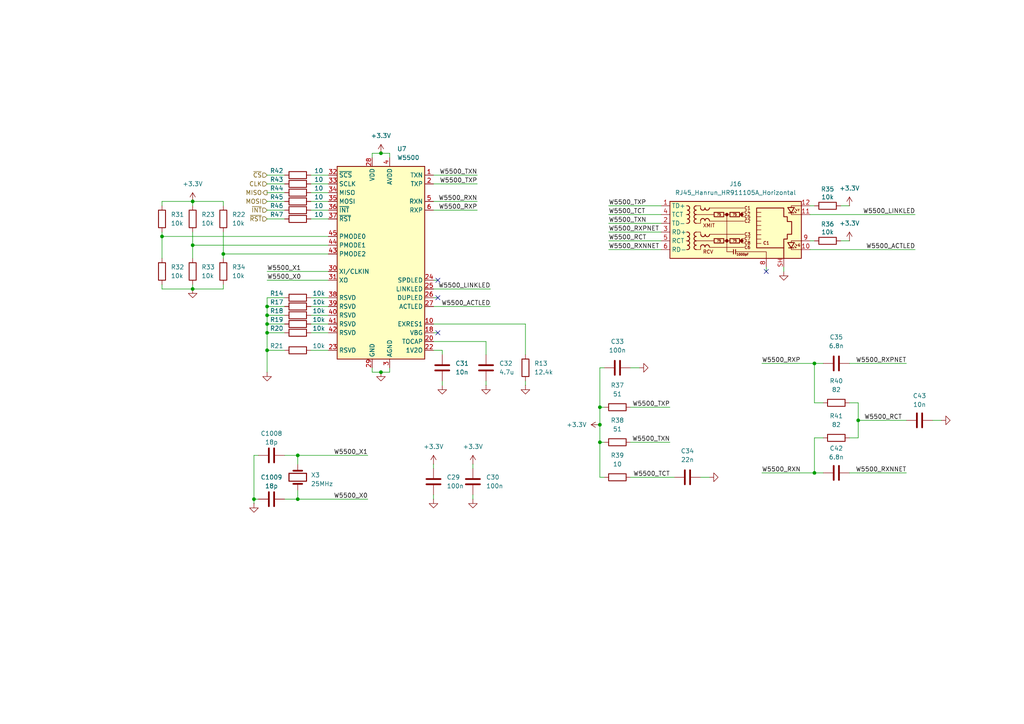
<source format=kicad_sch>
(kicad_sch (version 20250114) (generator "eeschema") (generator_version "9.0")
  (paper "A4")
  (title_block (date "2025-02-27") (comment 1 "W5500 модуль") (comment 2 "Филимонов С.В.") (comment 3 "Семеренко Д.А.") (comment 4 "Тищенко Л.А."))
  (lib_symbols
    (symbol "Connector:RJ45_Hanrun_HR911105A_Horizontal"
      (property "Reference" "J" (at 18.415 10.16 0))
      (property "Value" "RJ45_Hanrun_HR911105A_Horizontal" (at -19.05 10.16 0))
      (symbol "RJ45_Hanrun_HR911105A_Horizontal_0_0"
        (circle (center -1.27 5.08) (radius 0.0001) (stroke (width 0.508)))
        (polyline (pts (xy -1.27 5.08) (xy -1.27 -5.715)))
        (circle (center -1.27 -2.54) (radius 0.0001) (stroke (width 0.508)))
        (polyline (pts (xy 0.635 -5.08) (xy 0.635 -6.35)) (stroke (width 0.254)))
        (polyline (pts (xy 1.27 -5.08) (xy 1.27 -6.35)) (stroke (width 0.254)))
        (polyline (pts (xy 3.048 5.08) (xy 2.54 5.08)))
        (circle (center 3.048 5.08) (radius 0.0001) (stroke (width 0.508)))
        (polyline (pts (xy 3.048 -2.54) (xy 2.54 -2.54)))
        (circle (center 3.048 -2.54) (radius 0.0001) (stroke (width 0.508)))
        (polyline (pts (xy 3.683 5.715) (xy 3.048 5.715) (xy 3.048 4.445) (xy 3.683 4.445)))
        (polyline (pts (xy 3.683 -1.905) (xy 3.048 -1.905) (xy 3.048 -3.175) (xy 3.683 -3.175)))
        (polyline (pts (xy 17.399 7.112) (xy 17.399 7.62) (xy 20.32 7.62)))
        (polyline (pts (xy 17.399 -3.048) (xy 17.399 -2.54) (xy 20.32 -2.54)))
        (polyline (pts (xy 20.32 5.08) (xy 17.399 5.08) (xy 17.399 5.588)))
        (polyline (pts (xy 20.32 -5.08) (xy 17.399 -5.08) (xy 17.399 -4.572)))
        (text "XMIT" (at -8.255 1.905 0) (effects (font (size 1.016 1.016)) (justify left)))
        (text "RCV" (at -8.255 -5.715 0) (effects (font (size 1.016 1.016)) (justify left)))
        (text "C1" (at 4.699 6.985 0) (effects (font (size 0.889 0.889))))
        (text "C4" (at 4.699 5.715 0) (effects (font (size 0.889 0.889))))
        (text "C5" (at 4.699 4.445 0) (effects (font (size 0.889 0.889))))
        (text "C2" (at 4.699 3.175 0) (effects (font (size 0.889 0.889))))
        (text "C3" (at 4.699 -0.635 0) (effects (font (size 0.889 0.889))))
        (text "C7" (at 4.699 -1.905 0) (effects (font (size 0.889 0.889))))
        (text "C8" (at 4.699 -3.175 0) (effects (font (size 0.889 0.889))))
        (text "C6" (at 4.699 -4.445 0) (effects (font (size 0.889 0.889))))
        (text "C1" (at 10.16 -3.175 0) (effects (font (size 0.889 0.889))))
      )
      (symbol "RJ45_Hanrun_HR911105A_Horizontal_0_1"
        (rectangle (start -17.78 8.89) (end 20.32 -7.62) (stroke (width 0.254)) (fill (type background)))
        (polyline (pts (xy -12.7 7.62) (xy -13.081 7.62)))
        (polyline (pts (xy -12.7 5.08) (xy -13.081 5.08)))
        (polyline (pts (xy -12.7 2.54) (xy -13.081 2.54)))
        (polyline (pts (xy -12.7 0) (xy -13.081 0)))
        (polyline (pts (xy -12.7 -2.54) (xy -13.081 -2.54)))
        (polyline (pts (xy -12.7 -5.08) (xy -13.081 -5.08)))
        (polyline (pts (xy -10.16 7.62) (xy -8.89 7.62) (xy -8.89 6.985)))
        (polyline (pts (xy -10.16 0) (xy -8.89 0) (xy -8.89 -0.635)))
        (polyline (pts (xy -8.89 3.175) (xy -8.89 2.54) (xy -10.16 2.54)))
        (polyline (pts (xy -8.89 -4.445) (xy -8.89 -5.08) (xy -10.16 -5.08)))
        (polyline (pts (xy -6.35 6.985) (xy 3.683 6.985)))
        (polyline (pts (xy -6.35 3.175) (xy 3.683 3.175)))
        (polyline (pts (xy -6.35 -4.445) (xy 3.683 -4.445)))
        (polyline (pts (xy -6.223 -0.635) (xy 3.683 -0.635)))
        (polyline (pts (xy -5.08 -2.54) (xy -10.16 -2.54)))
        (polyline (pts (xy -4.953 5.08) (xy -10.16 5.08)))
        (polyline (pts (xy -2.159 5.08) (xy -0.381 5.08)))
        (polyline (pts (xy -2.159 -2.54) (xy -0.381 -2.54)))
        (polyline (pts (xy 0.635 -5.715) (xy -1.27 -5.715)))
        (polyline (pts (xy 7.366 3.175) (xy 8.636 3.175)))
        (polyline (pts (xy 7.366 1.905) (xy 8.636 1.905)))
        (polyline (pts (xy 7.366 0.635) (xy 8.636 0.635)))
        (polyline (pts (xy 7.366 -0.762) (xy 8.636 -0.762)))
        (polyline (pts (xy 7.366 -2.032) (xy 8.636 -2.032)))
        (polyline (pts (xy 8.636 5.715) (xy 7.366 5.715)))
        (polyline (pts (xy 8.636 4.445) (xy 7.366 4.445)))
        (polyline (pts (xy 8.636 -3.302) (xy 7.366 -3.302)))
        (polyline (pts (xy 10.16 -5.715) (xy 1.27 -5.715)))
        (polyline (pts (xy 10.16 -5.715) (xy 10.16 -7.62)))
      )
      (symbol "RJ45_Hanrun_HR911105A_Horizontal_1_0"
        (text "1000pF" (at 3.302 -6.477 0) (effects (font (size 0.635 0.635))))
      )
      (symbol "RJ45_Hanrun_HR911105A_Horizontal_1_1"
        (arc (start -12.7 0) (mid -12.0677 -0.635) (end -12.7 -1.27) (stroke (width 0.254)))
        (arc (start -12.6973 7.62) (mid -12.065 6.985) (end -12.6973 6.35) (stroke (width 0.254)))
        (arc (start -12.6973 -1.27) (mid -12.065 -1.905) (end -12.6973 -2.54) (stroke (width 0.254)))
        (arc (start -12.6973 -2.54) (mid -12.065 -3.175) (end -12.6973 -3.81) (stroke (width 0.254)))
        (arc (start -12.6973 -3.81) (mid -12.065 -4.445) (end -12.6973 -5.08) (stroke (width 0.254)))
        (arc (start -12.6946 6.35) (mid -12.0623 5.715) (end -12.6946 5.08) (stroke (width 0.254)))
        (arc (start -12.6946 5.08) (mid -12.0623 4.445) (end -12.6946 3.81) (stroke (width 0.254)))
        (arc (start -12.6946 3.81) (mid -12.0623 3.175) (end -12.6946 2.54) (stroke (width 0.254)))
        (arc (start -10.1654 6.35) (mid -10.7977 6.985) (end -10.1654 7.62) (stroke (width 0.254)))
        (arc (start -10.1654 5.08) (mid -10.7977 5.715) (end -10.1654 6.35) (stroke (width 0.254)))
        (arc (start -10.1654 3.81) (mid -10.7977 4.445) (end -10.1654 5.08) (stroke (width 0.254)))
        (arc (start -10.1654 -1.27) (mid -10.7977 -0.635) (end -10.1654 0) (stroke (width 0.254)))
        (arc (start -10.1654 -2.54) (mid -10.7977 -1.905) (end -10.1654 -1.27) (stroke (width 0.254)))
        (arc (start -10.1654 -3.81) (mid -10.7977 -3.175) (end -10.1654 -2.54) (stroke (width 0.254)))
        (arc (start -10.1627 2.54) (mid -10.795 3.175) (end -10.1627 3.81) (stroke (width 0.254)))
        (arc (start -10.1627 -5.08) (mid -10.795 -4.445) (end -10.1627 -3.81) (stroke (width 0.254)))
        (arc (start -7.62 6.9823) (mid -8.255 6.35) (end -8.89 6.9823) (stroke (width 0.254)))
        (arc (start -8.89 3.3047) (mid -8.255 3.937) (end -7.62 3.3047) (stroke (width 0.254)))
        (arc (start -8.89 -4.3153) (mid -8.255 -3.683) (end -7.62 -4.3153) (stroke (width 0.254)))
        (arc (start -7.5565 -0.7012) (mid -8.1915 -1.3335) (end -8.8265 -0.7012) (stroke (width 0.254)))
        (arc (start -6.35 6.985) (mid -6.985 6.3527) (end -7.62 6.985) (stroke (width 0.254)))
        (arc (start -7.62 3.3074) (mid -6.985 3.9397) (end -6.35 3.3074) (stroke (width 0.254)))
        (arc (start -7.62 -4.3126) (mid -6.985 -3.6803) (end -6.35 -4.3126) (stroke (width 0.254)))
        (arc (start -6.2865 -0.6985) (mid -6.9215 -1.3308) (end -7.5565 -0.6985) (stroke (width 0.254)))
        (rectangle (start -4.953 5.715) (end -2.159 4.445) (stroke (width 0.254)))
        (rectangle (start -4.953 -1.905) (end -2.159 -3.175) (stroke (width 0.254)))
        (rectangle (start -0.381 5.715) (end 2.413 4.445) (stroke (width 0.254)))
        (rectangle (start -0.381 -1.905) (end 2.413 -3.175) (stroke (width 0.254)))
        (polyline (pts (xy 7.366 -4.572) (xy 7.366 6.985) (xy 15.24 6.985) (xy 15.24 4.445) (xy 16.256 4.445) (xy 16.256 3.048) (xy 17.526 3.048) (xy 17.526 -0.635) (xy 16.256 -0.635) (xy 16.256 -2.032) (xy 15.24 -2.032) (xy 15.24 -4.572) (xy 7.366 -4.572)) (stroke (width 0.254)))
        (polyline (pts (xy 15.24 -7.62) (xy 15.24 -4.572)) (stroke (width 0.254)))
        (polyline (pts (xy 18.161 5.588) (xy 16.637 5.588)) (stroke (width 0.254)))
        (polyline (pts (xy 18.161 -4.572) (xy 16.637 -4.572)) (stroke (width 0.254)))
        (polyline (pts (xy 18.288 7.112) (xy 16.383 7.112) (xy 17.399 5.588) (xy 18.288 7.112)) (stroke (width 0.254)))
        (polyline (pts (xy 18.288 6.096) (xy 18.796 5.588) (xy 18.542 5.588)))
        (polyline (pts (xy 18.288 -3.048) (xy 16.383 -3.048) (xy 17.399 -4.572) (xy 18.288 -3.048)) (stroke (width 0.254)))
        (polyline (pts (xy 18.288 -4.064) (xy 18.796 -4.572) (xy 18.542 -4.572)))
        (polyline (pts (xy 18.542 6.731) (xy 19.05 6.223) (xy 18.796 6.223)))
        (polyline (pts (xy 18.542 -3.429) (xy 19.05 -3.937) (xy 18.796 -3.937)))
        (polyline (pts (xy 18.796 5.588) (xy 18.796 5.842)))
        (polyline (pts (xy 18.796 -4.572) (xy 18.796 -4.318)))
        (polyline (pts (xy 19.05 6.223) (xy 19.05 6.477)))
        (polyline (pts (xy 19.05 -3.937) (xy 19.05 -3.683)))
        (text "75" (at -3.556 5.08 0) (effects (font (size 0.635 0.635))))
        (text "75" (at -3.556 -2.54 0) (effects (font (size 0.635 0.635))))
        (text "75" (at 1.016 5.08 0) (effects (font (size 0.635 0.635))))
        (text "75" (at 1.016 -2.54 0) (effects (font (size 0.635 0.635))))
        (text "Y" (at 19.558 6.35 0) (effects (font (size 0.635 0.635))))
        (text "G" (at 19.685 -3.81 0) (effects (font (size 0.635 0.635))))
        (pin passive line (at -20.32 7.62 0) (length 2.54) (name "TD+") (number "1"))
        (pin passive line (at -20.32 5.08 0) (length 2.54) (name "TCT") (number "4"))
        (pin passive line (at -20.32 2.54 0) (length 2.54) (name "TD-") (number "2"))
        (pin passive line (at -20.32 0 0) (length 2.54) (name "RD+") (number "3"))
        (pin passive line (at -20.32 -2.54 0) (length 2.54) (name "RCT") (number "5"))
        (pin passive line (at -20.32 -5.08 0) (length 2.54) (name "RD-") (number "6"))
        (pin power_in line (at 10.16 -10.16 90) (length 2.54) (name "") (number "8"))
        (pin passive line (at 15.24 -10.16 90) (length 2.54) (name "") (number "SH"))
        (pin no_connect line (at 20.32 0 0) (length 0) (hide yes) (name "NC") (number "7"))
        (pin passive line (at 22.86 7.62 180) (length 2.54) (name "") (number "12"))
        (pin passive line (at 22.86 5.08 180) (length 2.54) (name "") (number "11"))
        (pin passive line (at 22.86 -2.54 180) (length 2.54) (name "") (number "9"))
        (pin passive line (at 22.86 -5.08 180) (length 2.54) (name "") (number "10"))
      )
    )
    (symbol "Device:C" (pin_numbers (hide yes)) (pin_names (offset 0.254))
      (property "Reference" "C" (at 0.635 2.54 0))
      (property "Value" "C" (at 0.635 -2.54 0))
      (symbol "C_0_1"
        (polyline (pts (xy -2.032 0.762) (xy 2.032 0.762)) (stroke (width 0.508)))
        (polyline (pts (xy -2.032 -0.762) (xy 2.032 -0.762)) (stroke (width 0.508)))
      )
      (symbol "C_1_1"
        (pin passive line (at 0 3.81 270) (length 2.794) (name "~") (number "1"))
        (pin passive line (at 0 -3.81 90) (length 2.794) (name "~") (number "2"))
      )
    )
    (symbol "Device:Crystal" (pin_numbers (hide yes)) (pin_names (offset 1.016) (hide yes))
      (property "Reference" "Y" (at 0 3.81 0))
      (property "Value" "Crystal" (at 0 -3.81 0))
      (symbol "Crystal_0_1"
        (polyline (pts (xy -2.54 0) (xy -1.905 0)))
        (polyline (pts (xy -1.905 -1.27) (xy -1.905 1.27)) (stroke (width 0.508)))
        (rectangle (start -1.143 2.54) (end 1.143 -2.54) (stroke (width 0.3048)))
        (polyline (pts (xy 1.905 -1.27) (xy 1.905 1.27)) (stroke (width 0.508)))
        (polyline (pts (xy 2.54 0) (xy 1.905 0)))
      )
      (symbol "Crystal_1_1"
        (pin passive line (at -3.81 0 0) (length 1.27) (name "1") (number "1"))
        (pin passive line (at 3.81 0 180) (length 1.27) (name "2") (number "2"))
      )
    )
    (symbol "Device:R" (pin_numbers (hide yes)) (pin_names (offset 0))
      (property "Reference" "R" (at 2.032 0 90))
      (property "Value" "R" (at 0 0 90))
      (symbol "R_0_1"
        (rectangle (start -1.016 -2.54) (end 1.016 2.54) (stroke (width 0.254)))
      )
      (symbol "R_1_1"
        (pin passive line (at 0 3.81 270) (length 1.27) (name "~") (number "1"))
        (pin passive line (at 0 -3.81 90) (length 1.27) (name "~") (number "2"))
      )
    )
    (symbol "Interface_Ethernet:W5500"
      (property "Reference" "U" (at -11.43 29.21 0))
      (property "Value" "W5500" (at 8.89 29.21 0))
      (symbol "W5500_0_1"
        (rectangle (start -12.7 27.94) (end 12.7 -27.94) (stroke (width 0.254)) (fill (type background)))
      )
      (symbol "W5500_1_1"
        (pin input line (at -15.24 25.4 0) (length 2.54) (name "~{SCS}") (number "32"))
        (pin input line (at -15.24 22.86 0) (length 2.54) (name "SCLK") (number "33"))
        (pin output line (at -15.24 20.32 0) (length 2.54) (name "MISO") (number "34"))
        (pin input line (at -15.24 17.78 0) (length 2.54) (name "MOSI") (number "35"))
        (pin input line (at -15.24 15.24 0) (length 2.54) (name "~{INT}") (number "36"))
        (pin input line (at -15.24 12.7 0) (length 2.54) (name "~{RST}") (number "37"))
        (pin input line (at -15.24 7.62 0) (length 2.54) (name "PMODE0") (number "45"))
        (pin input line (at -15.24 5.08 0) (length 2.54) (name "PMODE1") (number "44"))
        (pin input line (at -15.24 2.54 0) (length 2.54) (name "PMODE2") (number "43"))
        (pin input line (at -15.24 -2.54 0) (length 2.54) (name "XI/CLKIN") (number "30"))
        (pin output line (at -15.24 -5.08 0) (length 2.54) (name "XO") (number "31"))
        (pin input line (at -15.24 -10.16 0) (length 2.54) (name "RSVD") (number "38"))
        (pin input line (at -15.24 -12.7 0) (length 2.54) (name "RSVD") (number "39"))
        (pin input line (at -15.24 -15.24 0) (length 2.54) (name "RSVD") (number "40"))
        (pin input line (at -15.24 -17.78 0) (length 2.54) (name "RSVD") (number "41"))
        (pin input line (at -15.24 -20.32 0) (length 2.54) (name "RSVD") (number "42"))
        (pin input line (at -15.24 -25.4 0) (length 2.54) (name "RSVD") (number "23"))
        (pin power_in line (at -2.54 30.48 270) (length 2.54) (name "VDD") (number "28"))
        (pin power_in line (at -2.54 -30.48 90) (length 2.54) (name "GND") (number "29"))
        (pin passive line (at 2.54 30.48 270) (length 2.54) (hide yes) (name "AVDD") (number "11"))
        (pin passive line (at 2.54 30.48 270) (length 2.54) (hide yes) (name "AVDD") (number "15"))
        (pin passive line (at 2.54 30.48 270) (length 2.54) (hide yes) (name "AVDD") (number "17"))
        (pin passive line (at 2.54 30.48 270) (length 2.54) (hide yes) (name "AVDD") (number "21"))
        (pin power_in line (at 2.54 30.48 270) (length 2.54) (name "AVDD") (number "4"))
        (pin passive line (at 2.54 30.48 270) (length 2.54) (hide yes) (name "AVDD") (number "8"))
        (pin passive line (at 2.54 -30.48 90) (length 2.54) (hide yes) (name "AGND") (number "14"))
        (pin passive line (at 2.54 -30.48 90) (length 2.54) (hide yes) (name "AGND") (number "16"))
        (pin passive line (at 2.54 -30.48 90) (length 2.54) (hide yes) (name "AGND") (number "19"))
        (pin power_in line (at 2.54 -30.48 90) (length 2.54) (name "AGND") (number "3"))
        (pin passive line (at 2.54 -30.48 90) (length 2.54) (hide yes) (name "AGND") (number "48"))
        (pin passive line (at 2.54 -30.48 90) (length 2.54) (hide yes) (name "AGND") (number "9"))
        (pin no_connect line (at 12.7 10.16 180) (length 2.54) (hide yes) (name "DNC") (number "7"))
        (pin no_connect line (at 12.7 7.62 180) (length 2.54) (hide yes) (name "NC") (number "12"))
        (pin no_connect line (at 12.7 5.08 180) (length 2.54) (hide yes) (name "NC") (number "13"))
        (pin no_connect line (at 12.7 2.54 180) (length 2.54) (hide yes) (name "NC") (number "46"))
        (pin no_connect line (at 12.7 0 180) (length 2.54) (hide yes) (name "NC") (number "47"))
        (pin output line (at 15.24 25.4 180) (length 2.54) (name "TXN") (number "1"))
        (pin output line (at 15.24 22.86 180) (length 2.54) (name "TXP") (number "2"))
        (pin input line (at 15.24 17.78 180) (length 2.54) (name "RXN") (number "5"))
        (pin input line (at 15.24 15.24 180) (length 2.54) (name "RXP") (number "6"))
        (pin output line (at 15.24 -5.08 180) (length 2.54) (name "SPDLED") (number "24"))
        (pin output line (at 15.24 -7.62 180) (length 2.54) (name "LINKLED") (number "25"))
        (pin output line (at 15.24 -10.16 180) (length 2.54) (name "DUPLED") (number "26"))
        (pin output line (at 15.24 -12.7 180) (length 2.54) (name "ACTLED") (number "27"))
        (pin passive line (at 15.24 -17.78 180) (length 2.54) (name "EXRES1") (number "10"))
        (pin passive line (at 15.24 -20.32 180) (length 2.54) (name "VBG") (number "18"))
        (pin passive line (at 15.24 -22.86 180) (length 2.54) (name "TOCAP") (number "20"))
        (pin output line (at 15.24 -25.4 180) (length 2.54) (name "1V2O") (number "22"))
      )
    )
    (symbol "power:+3.3V" (power) (pin_numbers (hide yes)) (pin_names (offset 0) (hide yes))
      (property "Value" "+3.3V" (at 0 3.556 0))
      (symbol "+3.3V_0_1"
        (polyline (pts (xy -0.762 1.27) (xy 0 2.54)))
        (polyline (pts (xy 0 2.54) (xy 0.762 1.27)))
        (polyline (pts (xy 0 0) (xy 0 2.54)))
      )
      (symbol "+3.3V_1_1"
        (pin power_in line (at 0 0 90) (length 0) (name "~") (number "1"))
      )
    )
    (symbol "power:GND" (power) (pin_numbers (hide yes)) (pin_names (offset 0) (hide yes))
      (property "Value" "GND" (at 0 -3.81 0))
      (symbol "GND_0_1"
        (polyline (pts (xy 0 0) (xy 0 -1.27) (xy 1.27 -1.27) (xy 0 -2.54) (xy -1.27 -1.27) (xy 0 -1.27)))
      )
      (symbol "GND_1_1"
        (pin power_in line (at 0 0 270) (length 0) (name "~") (number "1"))
      )
    )
  )
  (junction (at 46.99 68.58))
  (junction (at 86.36 132.08))
  (junction (at 86.36 144.78))
  (junction (at 77.47 88.9))
  (junction (at 173.99 128.27))
  (junction (at 73.66 144.78))
  (junction (at 55.88 71.12))
  (junction (at 64.77 73.66))
  (junction (at 236.22 137.16))
  (junction (at 77.47 91.44))
  (junction (at 55.88 58.42))
  (junction (at 173.99 123.19))
  (junction (at 77.47 96.52))
  (junction (at 77.47 101.6))
  (junction (at 248.92 121.92))
  (junction (at 110.49 44.45))
  (junction (at 236.22 105.41))
  (junction (at 173.99 118.11))
  (junction (at 110.49 107.95))
  (junction (at 55.88 83.82))
  (junction (at 77.47 93.98))
  (no_connect (at 127 81.28))
  (no_connect (at 127 96.52))
  (no_connect (at 222.25 78.74))
  (no_connect (at 127 86.36))
  (wire (pts (xy 90.17 88.9) (xy 95.25 88.9)))
  (wire (pts (xy 77.47 50.8) (xy 82.55 50.8)))
  (wire (pts (xy 55.88 71.12) (xy 55.88 74.93)))
  (wire (pts (xy 234.95 72.39) (xy 265.43 72.39)))
  (wire (pts (xy 137.16 134.62) (xy 137.16 135.89)))
  (wire (pts (xy 113.03 45.72) (xy 113.03 44.45)))
  (wire (pts (xy 46.99 68.58) (xy 46.99 74.93)))
  (wire (pts (xy 46.99 59.69) (xy 46.99 58.42)))
  (wire (pts (xy 82.55 132.08) (xy 86.36 132.08)))
  (wire (pts (xy 64.77 58.42) (xy 64.77 59.69)))
  (wire (pts (xy 55.88 58.42) (xy 64.77 58.42)))
  (wire (pts (xy 64.77 83.82) (xy 55.88 83.82)))
  (wire (pts (xy 246.38 105.41) (xy 262.89 105.41)))
  (wire (pts (xy 77.47 81.28) (xy 95.25 81.28)))
  (wire (pts (xy 270.51 121.92) (xy 273.05 121.92)))
  (wire (pts (xy 234.95 62.23) (xy 265.43 62.23)))
  (wire (pts (xy 176.53 64.77) (xy 191.77 64.77)))
  (wire (pts (xy 73.66 144.78) (xy 74.93 144.78)))
  (wire (pts (xy 140.97 99.06) (xy 140.97 102.87)))
  (wire (pts (xy 77.47 63.5) (xy 82.55 63.5)))
  (wire (pts (xy 77.47 88.9) (xy 82.55 88.9)))
  (wire (pts (xy 107.95 106.68) (xy 107.95 107.95)))
  (wire (pts (xy 113.03 106.68) (xy 113.03 107.95)))
  (wire (pts (xy 243.84 69.85) (xy 246.38 69.85)))
  (wire (pts (xy 90.17 86.36) (xy 95.25 86.36)))
  (wire (pts (xy 236.22 105.41) (xy 238.76 105.41)))
  (wire (pts (xy 220.98 137.16) (xy 236.22 137.16)))
  (wire (pts (xy 64.77 67.31) (xy 64.77 73.66)))
  (wire (pts (xy 86.36 132.08) (xy 106.68 132.08)))
  (wire (pts (xy 125.73 50.8) (xy 138.43 50.8)))
  (wire (pts (xy 173.99 128.27) (xy 173.99 138.43)))
  (wire (pts (xy 55.88 58.42) (xy 55.88 59.69)))
  (wire (pts (xy 238.76 116.84) (xy 236.22 116.84)))
  (wire (pts (xy 152.4 110.49) (xy 152.4 111.76)))
  (wire (pts (xy 77.47 88.9) (xy 77.47 91.44)))
  (wire (pts (xy 173.99 123.19) (xy 173.99 128.27)))
  (wire (pts (xy 125.73 86.36) (xy 127 86.36)))
  (wire (pts (xy 82.55 144.78) (xy 86.36 144.78)))
  (wire (pts (xy 236.22 116.84) (xy 236.22 105.41)))
  (wire (pts (xy 64.77 82.55) (xy 64.77 83.82)))
  (wire (pts (xy 82.55 86.36) (xy 77.47 86.36)))
  (wire (pts (xy 73.66 144.78) (xy 73.66 146.05)))
  (wire (pts (xy 125.73 81.28) (xy 127 81.28)))
  (wire (pts (xy 182.88 118.11) (xy 194.31 118.11)))
  (wire (pts (xy 77.47 58.42) (xy 82.55 58.42)))
  (wire (pts (xy 64.77 73.66) (xy 64.77 74.93)))
  (wire (pts (xy 125.73 83.82) (xy 142.24 83.82)))
  (wire (pts (xy 55.88 82.55) (xy 55.88 83.82)))
  (wire (pts (xy 248.92 116.84) (xy 248.92 121.92)))
  (wire (pts (xy 176.53 69.85) (xy 191.77 69.85)))
  (wire (pts (xy 77.47 101.6) (xy 77.47 107.95)))
  (wire (pts (xy 182.88 106.68) (xy 185.42 106.68)))
  (wire (pts (xy 176.53 72.39) (xy 191.77 72.39)))
  (wire (pts (xy 74.93 132.08) (xy 73.66 132.08)))
  (wire (pts (xy 107.95 44.45) (xy 107.95 45.72)))
  (wire (pts (xy 236.22 127) (xy 236.22 137.16)))
  (wire (pts (xy 77.47 91.44) (xy 82.55 91.44)))
  (wire (pts (xy 182.88 128.27) (xy 194.31 128.27)))
  (wire (pts (xy 77.47 91.44) (xy 77.47 93.98)))
  (wire (pts (xy 125.73 53.34) (xy 138.43 53.34)))
  (wire (pts (xy 46.99 68.58) (xy 46.99 67.31)))
  (wire (pts (xy 46.99 68.58) (xy 95.25 68.58)))
  (wire (pts (xy 220.98 105.41) (xy 236.22 105.41)))
  (wire (pts (xy 140.97 110.49) (xy 140.97 111.76)))
  (wire (pts (xy 125.73 60.96) (xy 138.43 60.96)))
  (wire (pts (xy 86.36 144.78) (xy 86.36 142.24)))
  (wire (pts (xy 173.99 118.11) (xy 173.99 123.19)))
  (wire (pts (xy 125.73 134.62) (xy 125.73 135.89)))
  (wire (pts (xy 110.49 44.45) (xy 107.95 44.45)))
  (wire (pts (xy 77.47 86.36) (xy 77.47 88.9)))
  (wire (pts (xy 125.73 96.52) (xy 127 96.52)))
  (wire (pts (xy 107.95 107.95) (xy 110.49 107.95)))
  (wire (pts (xy 246.38 137.16) (xy 262.89 137.16)))
  (wire (pts (xy 90.17 53.34) (xy 95.25 53.34)))
  (wire (pts (xy 90.17 101.6) (xy 95.25 101.6)))
  (wire (pts (xy 90.17 60.96) (xy 95.25 60.96)))
  (wire (pts (xy 128.27 111.76) (xy 128.27 110.49)))
  (wire (pts (xy 246.38 116.84) (xy 248.92 116.84)))
  (wire (pts (xy 90.17 93.98) (xy 95.25 93.98)))
  (wire (pts (xy 90.17 58.42) (xy 95.25 58.42)))
  (wire (pts (xy 64.77 73.66) (xy 95.25 73.66)))
  (wire (pts (xy 248.92 121.92) (xy 262.89 121.92)))
  (wire (pts (xy 77.47 93.98) (xy 82.55 93.98)))
  (wire (pts (xy 125.73 88.9) (xy 142.24 88.9)))
  (wire (pts (xy 182.88 138.43) (xy 195.58 138.43)))
  (wire (pts (xy 77.47 78.74) (xy 95.25 78.74)))
  (wire (pts (xy 55.88 71.12) (xy 55.88 67.31)))
  (wire (pts (xy 90.17 63.5) (xy 95.25 63.5)))
  (wire (pts (xy 55.88 71.12) (xy 95.25 71.12)))
  (wire (pts (xy 46.99 82.55) (xy 46.99 83.82)))
  (wire (pts (xy 73.66 132.08) (xy 73.66 144.78)))
  (wire (pts (xy 222.25 77.47) (xy 222.25 78.74)))
  (wire (pts (xy 243.84 59.69) (xy 246.38 59.69)))
  (wire (pts (xy 152.4 102.87) (xy 152.4 93.98)))
  (wire (pts (xy 77.47 93.98) (xy 77.47 96.52)))
  (wire (pts (xy 234.95 69.85) (xy 236.22 69.85)))
  (wire (pts (xy 46.99 83.82) (xy 55.88 83.82)))
  (wire (pts (xy 173.99 138.43) (xy 175.26 138.43)))
  (wire (pts (xy 176.53 62.23) (xy 191.77 62.23)))
  (wire (pts (xy 236.22 137.16) (xy 238.76 137.16)))
  (wire (pts (xy 110.49 107.95) (xy 113.03 107.95)))
  (wire (pts (xy 173.99 106.68) (xy 173.99 118.11)))
  (wire (pts (xy 173.99 128.27) (xy 175.26 128.27)))
  (wire (pts (xy 125.73 143.51) (xy 125.73 144.78)))
  (wire (pts (xy 248.92 127) (xy 246.38 127)))
  (wire (pts (xy 175.26 106.68) (xy 173.99 106.68)))
  (wire (pts (xy 176.53 67.31) (xy 191.77 67.31)))
  (wire (pts (xy 238.76 127) (xy 236.22 127)))
  (wire (pts (xy 248.92 121.92) (xy 248.92 127)))
  (wire (pts (xy 77.47 96.52) (xy 82.55 96.52)))
  (wire (pts (xy 227.33 77.47) (xy 227.33 78.74)))
  (wire (pts (xy 203.2 138.43) (xy 205.74 138.43)))
  (wire (pts (xy 90.17 50.8) (xy 95.25 50.8)))
  (wire (pts (xy 90.17 55.88) (xy 95.25 55.88)))
  (wire (pts (xy 86.36 132.08) (xy 86.36 134.62)))
  (wire (pts (xy 77.47 96.52) (xy 77.47 101.6)))
  (wire (pts (xy 77.47 53.34) (xy 82.55 53.34)))
  (wire (pts (xy 176.53 59.69) (xy 191.77 59.69)))
  (wire (pts (xy 86.36 144.78) (xy 106.68 144.78)))
  (wire (pts (xy 77.47 55.88) (xy 82.55 55.88)))
  (wire (pts (xy 234.95 59.69) (xy 236.22 59.69)))
  (wire (pts (xy 90.17 91.44) (xy 95.25 91.44)))
  (wire (pts (xy 77.47 60.96) (xy 82.55 60.96)))
  (wire (pts (xy 125.73 101.6) (xy 128.27 101.6)))
  (wire (pts (xy 128.27 101.6) (xy 128.27 102.87)))
  (wire (pts (xy 90.17 96.52) (xy 95.25 96.52)))
  (wire (pts (xy 125.73 58.42) (xy 138.43 58.42)))
  (wire (pts (xy 152.4 93.98) (xy 125.73 93.98)))
  (wire (pts (xy 46.99 58.42) (xy 55.88 58.42)))
  (wire (pts (xy 125.73 99.06) (xy 140.97 99.06)))
  (wire (pts (xy 77.47 101.6) (xy 82.55 101.6)))
  (wire (pts (xy 137.16 143.51) (xy 137.16 144.78)))
  (wire (pts (xy 173.99 118.11) (xy 175.26 118.11)))
  (wire (pts (xy 113.03 44.45) (xy 110.49 44.45)))
  (label "W5500_LINKLED" (at 265.43 62.23 180))
  (label "W5500_RCT" (at 176.53 69.85 0))
  (label "W5500_RCT" (at 261.62 121.92 180))
  (label "W5500_TXP" (at 176.53 59.69 0))
  (label "W5500_X0" (at 106.68 144.78 180))
  (label "W5500_TXN" (at 176.53 64.77 0))
  (label "W5500_ACTLED" (at 142.24 88.9 180))
  (label "W5500_TCT" (at 176.53 62.23 0))
  (label "W5500_TCT" (at 194.31 138.43 180))
  (label "W5500_LINKLED" (at 142.24 83.82 180))
  (label "W5500_X0" (at 77.47 81.28 0))
  (label "W5500_ACTLED" (at 265.43 72.39 180))
  (label "W5500_TXN" (at 138.43 50.8 180))
  (label "W5500_RXPNET" (at 176.53 67.31 0))
  (label "W5500_RXPNET" (at 262.89 105.41 180))
  (label "W5500_X1" (at 106.68 132.08 180))
  (label "W5500_RXN" (at 138.43 58.42 180))
  (label "W5500_X1" (at 77.47 78.74 0))
  (label "W5500_RXNNET" (at 262.89 137.16 180))
  (label "W5500_RXP" (at 138.43 60.96 180))
  (label "W5500_RXNNET" (at 176.53 72.39 0))
  (label "W5500_TXP" (at 138.43 53.34 180))
  (label "W5500_TXP" (at 194.31 118.11 180))
  (label "W5500_TXN" (at 194.31 128.27 180))
  (label "W5500_RXP" (at 220.98 105.41 0))
  (label "W5500_RXN" (at 220.98 137.16 0))
  (hierarchical_label "CLK" (shape input) (at 77.47 53.34 180))
  (hierarchical_label "MOSI" (shape input) (at 77.47 58.42 180))
  (hierarchical_label "~{RST}" (shape input) (at 77.47 63.5 180))
  (hierarchical_label "MISO" (shape output) (at 77.47 55.88 180))
  (hierarchical_label "~{INT}" (shape input) (at 77.47 60.96 180))
  (hierarchical_label "~{CS}" (shape input) (at 77.47 50.8 180))
  (symbol (lib_id "Device:Crystal") (at 86.36 138.43 90) (unit 1)
    (property "Reference" "X3" (at 90.17 137.795 90) (effects (justify right)))
    (property "Value" "25MHz" (at 90.17 140.335 90) (effects (justify right)))
    (property "Footprint" "Crystal:Crystal_HC49-U_Vertical" (effects (hide yes)))
  )
  (symbol (lib_id "Interface_Ethernet:W5500") (at 110.49 76.2 0) (unit 1)
    (property "Reference" "U7" (at 115.1733 43.18 0) (effects (justify left)))
    (property "Value" "W5500" (at 115.1733 45.72 0) (effects (justify left)))
    (property "Footprint" "Package_QFP:LQFP-48_7x7mm_P0.5mm" (effects (hide yes)))
    (property "Datasheet" "http://wizwiki.net/wiki/lib/exe/fetch.php/products:w5500:w5500_ds_v109e.pdf" (effects (hide yes)))
    (property "Description" "10/100Mb SPI Ethernet controller with TCP/IP stack, LQFP-48" (effects (hide yes)))
  )
  (symbol (lib_id "Device:C") (at 140.97 106.68 0) (unit 1)
    (property "Reference" "C32" (at 144.78 105.4099 0) (effects (justify left)))
    (property "Value" "4.7u" (at 144.78 107.9499 0) (effects (justify left)))
    (property "Description" "Unpolarized capacitor" (effects (hide yes)))
  )
  (symbol (lib_id "Device:R") (at 86.36 88.9 90) (unit 1)
    (property "Reference" "R17" (at 80.264 87.63 90))
    (property "Value" "10k" (at 92.456 87.63 90))
    (property "Description" "Resistor" (effects (hide yes)))
  )
  (symbol (lib_id "power:GND") (at 73.66 146.05 0) (unit 1)
    (property "Reference" "#PWR0190" (effects (hide yes)))
    (property "Value" "GND" (effects (hide yes)))
    (property "Description" "Power symbol creates a global label with name \"GND\" , ground" (effects (hide yes)))
  )
  (symbol (lib_id "Device:C") (at 78.74 144.78 90) (unit 1)
    (property "Reference" "C1009" (at 78.74 138.43 90))
    (property "Value" "18p" (at 78.74 140.97 90))
    (property "Footprint" "Capacitor_SMD:C_1206_3216Metric_Pad1.33x1.80mm_HandSolder" (effects (hide yes)))
  )
  (symbol (lib_id "Connector:RJ45_Hanrun_HR911105A_Horizontal") (at 212.09 67.31 0) (unit 1)
    (property "Reference" "J16" (at 213.36 53.34 0))
    (property "Value" "RJ45_Hanrun_HR911105A_Horizontal" (at 213.36 55.88 0))
    (property "Footprint" "Connector_RJ:RJ45_Hanrun_HR911105A_Horizontal" (effects (hide yes)))
    (property "Datasheet" "https://datasheet.lcsc.com/lcsc/1811141815_HANRUN-Zhongshan-HanRun-Elec-HR911105A_C12074.pdf" (effects (hide yes)))
    (property "Description" "1 Port RJ45 Magjack Connector Through Hole 10/100 Base-T, AutoMDIX" (effects (hide yes)))
  )
  (symbol (lib_id "power:GND") (at 205.74 138.43 90) (unit 1)
    (property "Reference" "#PWR0203" (effects (hide yes)))
    (property "Value" "GND" (effects (hide yes)))
    (property "Description" "Power symbol creates a global label with name \"GND\" , ground" (effects (hide yes)))
  )
  (symbol (lib_id "power:GND") (at 227.33 78.74 0) (unit 1)
    (property "Reference" "#PWR0196" (effects (hide yes)))
    (property "Value" "GND" (effects (hide yes)))
    (property "Description" "Power symbol creates a global label with name \"GND\" , ground" (effects (hide yes)))
  )
  (symbol (lib_id "Device:C") (at 78.74 132.08 90) (unit 1)
    (property "Reference" "C1008" (at 78.74 125.73 90))
    (property "Value" "18p" (at 78.74 128.27 90))
    (property "Footprint" "Capacitor_SMD:C_1206_3216Metric_Pad1.33x1.80mm_HandSolder" (effects (hide yes)))
  )
  (symbol (lib_id "Device:R") (at 86.36 93.98 90) (unit 1)
    (property "Reference" "R19" (at 80.264 92.71 90))
    (property "Value" "10k" (at 92.456 92.71 90))
    (property "Description" "Resistor" (effects (hide yes)))
  )
  (symbol (lib_id "Device:R") (at 86.36 55.88 90) (unit 1)
    (property "Reference" "R44" (at 80.264 54.61 90))
    (property "Value" "10" (at 92.456 54.61 90))
    (property "Description" "Resistor" (effects (hide yes)))
  )
  (symbol (lib_id "Device:C") (at 199.39 138.43 90) (unit 1)
    (property "Reference" "C34" (at 199.39 130.81 90))
    (property "Value" "22n" (at 199.39 133.35 90))
    (property "Description" "Unpolarized capacitor" (effects (hide yes)))
  )
  (symbol (lib_id "power:GND") (at 152.4 111.76 0) (unit 1)
    (property "Reference" "#PWR0193" (effects (hide yes)))
    (property "Value" "GND" (effects (hide yes)))
    (property "Description" "Power symbol creates a global label with name \"GND\" , ground" (effects (hide yes)))
  )
  (symbol (lib_id "power:+3.3V") (at 246.38 59.69 0) (unit 1)
    (property "Reference" "#PWR0194" (effects (hide yes)))
    (property "Value" "+3.3V" (at 246.38 54.61 0))
    (property "Description" "Power symbol creates a global label with name \"+3.3V\"" (effects (hide yes)))
  )
  (symbol (lib_id "Device:R") (at 179.07 128.27 90) (unit 1)
    (property "Reference" "R38" (at 179.07 121.92 90))
    (property "Value" "51" (at 179.07 124.46 90))
    (property "Description" "Resistor" (effects (hide yes)))
  )
  (symbol (lib_id "power:+3.3V") (at 110.49 44.45 0) (unit 1)
    (property "Reference" "#PWR0185" (effects (hide yes)))
    (property "Value" "+3.3V" (at 110.49 39.37 0))
    (property "Description" "Power symbol creates a global label with name \"+3.3V\"" (effects (hide yes)))
  )
  (symbol (lib_id "power:+3.3V") (at 173.99 123.19 90) (unit 1)
    (property "Reference" "#PWR0202" (effects (hide yes)))
    (property "Value" "+3.3V" (at 170.18 123.1899 90) (effects (justify left)))
    (property "Description" "Power symbol creates a global label with name \"+3.3V\"" (effects (hide yes)))
  )
  (symbol (lib_id "Device:R") (at 46.99 78.74 0) (unit 1)
    (property "Reference" "R32" (at 49.53 77.4699 0) (effects (justify left)))
    (property "Value" "10k" (at 49.53 80.0099 0) (effects (justify left)))
    (property "Description" "Resistor" (effects (hide yes)))
  )
  (symbol (lib_id "Device:C") (at 137.16 139.7 0) (unit 1)
    (property "Reference" "C30" (at 140.97 138.4299 0) (effects (justify left)))
    (property "Value" "100n" (at 140.97 140.9699 0) (effects (justify left)))
    (property "Description" "Unpolarized capacitor" (effects (hide yes)))
  )
  (symbol (lib_id "power:GND") (at 140.97 111.76 0) (unit 1)
    (property "Reference" "#PWR0192" (effects (hide yes)))
    (property "Value" "GND" (effects (hide yes)))
    (property "Description" "Power symbol creates a global label with name \"GND\" , ground" (effects (hide yes)))
  )
  (symbol (lib_id "Device:R") (at 86.36 63.5 90) (unit 1)
    (property "Reference" "R47" (at 80.264 62.23 90))
    (property "Value" "10" (at 92.456 62.23 90))
    (property "Description" "Resistor" (effects (hide yes)))
  )
  (symbol (lib_id "power:GND") (at 110.49 107.95 0) (unit 1)
    (property "Reference" "#PWR0186" (effects (hide yes)))
    (property "Value" "GND" (effects (hide yes)))
    (property "Description" "Power symbol creates a global label with name \"GND\" , ground" (effects (hide yes)))
  )
  (symbol (lib_id "Device:R") (at 242.57 127 90) (unit 1)
    (property "Reference" "R41" (at 242.57 120.65 90))
    (property "Value" "82" (at 242.57 123.19 90))
    (property "Description" "Resistor" (effects (hide yes)))
  )
  (symbol (lib_id "Device:C") (at 266.7 121.92 90) (unit 1)
    (property "Reference" "C43" (at 266.7 114.808 90))
    (property "Value" "10n" (at 266.7 117.348 90))
    (property "Description" "Unpolarized capacitor" (effects (hide yes)))
  )
  (symbol (lib_id "power:GND") (at 77.47 107.95 0) (unit 1)
    (property "Reference" "#PWR0189" (effects (hide yes)))
    (property "Value" "GND" (effects (hide yes)))
    (property "Description" "Power symbol creates a global label with name \"GND\" , ground" (effects (hide yes)))
  )
  (symbol (lib_id "Device:C") (at 128.27 106.68 0) (unit 1)
    (property "Reference" "C31" (at 132.08 105.4099 0) (effects (justify left)))
    (property "Value" "10n" (at 132.08 107.9499 0) (effects (justify left)))
    (property "Description" "Unpolarized capacitor" (effects (hide yes)))
  )
  (symbol (lib_id "power:+3.3V") (at 55.88 58.42 0) (unit 1)
    (property "Reference" "#PWR0187" (effects (hide yes)))
    (property "Value" "+3.3V" (at 55.88 53.34 0))
    (property "Description" "Power symbol creates a global label with name \"+3.3V\"" (effects (hide yes)))
  )
  (symbol (lib_id "power:GND") (at 137.16 144.78 0) (unit 1)
    (property "Reference" "#PWR0198" (effects (hide yes)))
    (property "Value" "GND" (effects (hide yes)))
    (property "Description" "Power symbol creates a global label with name \"GND\" , ground" (effects (hide yes)))
  )
  (symbol (lib_id "power:GND") (at 273.05 121.92 90) (unit 1)
    (property "Reference" "#PWR0204" (effects (hide yes)))
    (property "Value" "GND" (effects (hide yes)))
    (property "Description" "Power symbol creates a global label with name \"GND\" , ground" (effects (hide yes)))
  )
  (symbol (lib_id "Device:R") (at 86.36 91.44 90) (unit 1)
    (property "Reference" "R18" (at 80.264 90.17 90))
    (property "Value" "10k" (at 92.456 90.17 90))
    (property "Description" "Resistor" (effects (hide yes)))
  )
  (symbol (lib_id "Device:R") (at 86.36 101.6 90) (unit 1)
    (property "Reference" "R21" (at 80.264 100.33 90))
    (property "Value" "10k" (at 92.456 100.33 90))
    (property "Description" "Resistor" (effects (hide yes)))
  )
  (symbol (lib_id "Device:R") (at 240.03 69.85 90) (unit 1)
    (property "Reference" "R36" (at 240.03 65.024 90))
    (property "Value" "10k" (at 240.03 67.31 90))
    (property "Description" "Resistor" (effects (hide yes)))
  )
  (symbol (lib_id "Device:C") (at 125.73 139.7 0) (unit 1)
    (property "Reference" "C29" (at 129.54 138.4299 0) (effects (justify left)))
    (property "Value" "100n" (at 129.54 140.9699 0) (effects (justify left)))
    (property "Description" "Unpolarized capacitor" (effects (hide yes)))
  )
  (symbol (lib_id "Device:R") (at 64.77 63.5 0) (unit 1)
    (property "Reference" "R22" (at 67.31 62.2299 0) (effects (justify left)))
    (property "Value" "10k" (at 67.31 64.7699 0) (effects (justify left)))
    (property "Description" "Resistor" (effects (hide yes)))
  )
  (symbol (lib_id "power:GND") (at 55.88 83.82 0) (unit 1)
    (property "Reference" "#PWR0188" (effects (hide yes)))
    (property "Value" "GND" (effects (hide yes)))
    (property "Description" "Power symbol creates a global label with name \"GND\" , ground" (effects (hide yes)))
  )
  (symbol (lib_id "power:+3.3V") (at 125.73 134.62 0) (unit 1)
    (property "Reference" "#PWR0199" (effects (hide yes)))
    (property "Value" "+3.3V" (at 125.73 129.54 0))
    (property "Description" "Power symbol creates a global label with name \"+3.3V\"" (effects (hide yes)))
  )
  (symbol (lib_id "Device:R") (at 179.07 138.43 90) (unit 1)
    (property "Reference" "R39" (at 179.07 132.08 90))
    (property "Value" "10" (at 179.07 134.62 90))
    (property "Description" "Resistor" (effects (hide yes)))
  )
  (symbol (lib_id "power:+3.3V") (at 137.16 134.62 0) (unit 1)
    (property "Reference" "#PWR0200" (effects (hide yes)))
    (property "Value" "+3.3V" (at 137.16 129.54 0))
    (property "Description" "Power symbol creates a global label with name \"+3.3V\"" (effects (hide yes)))
  )
  (symbol (lib_id "Device:R") (at 86.36 50.8 90) (unit 1)
    (property "Reference" "R42" (at 80.264 49.53 90))
    (property "Value" "10" (at 92.456 49.53 90))
    (property "Description" "Resistor" (effects (hide yes)))
  )
  (symbol (lib_id "Device:R") (at 86.36 58.42 90) (unit 1)
    (property "Reference" "R45" (at 80.264 57.15 90))
    (property "Value" "10" (at 92.456 57.15 90))
    (property "Description" "Resistor" (effects (hide yes)))
  )
  (symbol (lib_id "Device:R") (at 152.4 106.68 0) (unit 1)
    (property "Reference" "R13" (at 154.94 105.4099 0) (effects (justify left)))
    (property "Value" "12.4k" (at 154.94 107.9499 0) (effects (justify left)))
    (property "Description" "Resistor" (effects (hide yes)))
  )
  (symbol (lib_id "power:+3.3V") (at 246.38 69.85 0) (unit 1)
    (property "Reference" "#PWR0195" (effects (hide yes)))
    (property "Value" "+3.3V" (at 246.38 64.77 0))
    (property "Description" "Power symbol creates a global label with name \"+3.3V\"" (effects (hide yes)))
  )
  (symbol (lib_id "power:GND") (at 128.27 111.76 0) (unit 1)
    (property "Reference" "#PWR0191" (effects (hide yes)))
    (property "Value" "GND" (effects (hide yes)))
    (property "Description" "Power symbol creates a global label with name \"GND\" , ground" (effects (hide yes)))
  )
  (symbol (lib_id "Device:R") (at 55.88 78.74 0) (unit 1)
    (property "Reference" "R33" (at 58.42 77.4699 0) (effects (justify left)))
    (property "Value" "10k" (at 58.42 80.0099 0) (effects (justify left)))
    (property "Description" "Resistor" (effects (hide yes)))
  )
  (symbol (lib_id "Device:R") (at 86.36 53.34 90) (unit 1)
    (property "Reference" "R43" (at 80.264 52.07 90))
    (property "Value" "10" (at 92.456 52.07 90))
    (property "Description" "Resistor" (effects (hide yes)))
  )
  (symbol (lib_id "Device:R") (at 46.99 63.5 0) (unit 1)
    (property "Reference" "R31" (at 49.53 62.2299 0) (effects (justify left)))
    (property "Value" "10k" (at 49.53 64.7699 0) (effects (justify left)))
    (property "Description" "Resistor" (effects (hide yes)))
  )
  (symbol (lib_id "Device:R") (at 64.77 78.74 0) (unit 1)
    (property "Reference" "R34" (at 67.31 77.4699 0) (effects (justify left)))
    (property "Value" "10k" (at 67.31 80.0099 0) (effects (justify left)))
    (property "Description" "Resistor" (effects (hide yes)))
  )
  (symbol (lib_id "Device:C") (at 242.57 137.16 90) (unit 1)
    (property "Reference" "C42" (at 242.57 130.048 90))
    (property "Value" "6.8n" (at 242.57 132.588 90))
    (property "Description" "Unpolarized capacitor" (effects (hide yes)))
  )
  (symbol (lib_id "Device:C") (at 242.57 105.41 90) (unit 1)
    (property "Reference" "C35" (at 242.57 97.79 90))
    (property "Value" "6.8n" (at 242.57 100.33 90))
    (property "Description" "Unpolarized capacitor" (effects (hide yes)))
  )
  (symbol (lib_id "power:GND") (at 125.73 144.78 0) (unit 1)
    (property "Reference" "#PWR0197" (effects (hide yes)))
    (property "Value" "GND" (effects (hide yes)))
    (property "Description" "Power symbol creates a global label with name \"GND\" , ground" (effects (hide yes)))
  )
  (symbol (lib_id "Device:R") (at 55.88 63.5 0) (unit 1)
    (property "Reference" "R23" (at 58.42 62.2299 0) (effects (justify left)))
    (property "Value" "10k" (at 58.42 64.7699 0) (effects (justify left)))
    (property "Description" "Resistor" (effects (hide yes)))
  )
  (symbol (lib_id "Device:R") (at 179.07 118.11 90) (unit 1)
    (property "Reference" "R37" (at 179.07 111.76 90))
    (property "Value" "51" (at 179.07 114.3 90))
    (property "Description" "Resistor" (effects (hide yes)))
  )
  (symbol (lib_id "Device:R") (at 86.36 86.36 90) (unit 1)
    (property "Reference" "R14" (at 80.264 85.09 90))
    (property "Value" "10k" (at 92.456 85.09 90))
    (property "Description" "Resistor" (effects (hide yes)))
  )
  (symbol (lib_id "Device:R") (at 240.03 59.69 90) (unit 1)
    (property "Reference" "R35" (at 240.03 54.864 90))
    (property "Value" "10k" (at 240.03 57.15 90))
    (property "Description" "Resistor" (effects (hide yes)))
  )
  (symbol (lib_id "Device:R") (at 242.57 116.84 90) (unit 1)
    (property "Reference" "R40" (at 242.57 110.49 90))
    (property "Value" "82" (at 242.57 113.03 90))
    (property "Description" "Resistor" (effects (hide yes)))
  )
  (symbol (lib_id "Device:C") (at 179.07 106.68 90) (unit 1)
    (property "Reference" "C33" (at 179.07 99.06 90))
    (property "Value" "100n" (at 179.07 101.6 90))
    (property "Description" "Unpolarized capacitor" (effects (hide yes)))
  )
  (symbol (lib_id "power:GND") (at 185.42 106.68 90) (unit 1)
    (property "Reference" "#PWR0201" (effects (hide yes)))
    (property "Value" "GND" (effects (hide yes)))
    (property "Description" "Power symbol creates a global label with name \"GND\" , ground" (effects (hide yes)))
  )
  (symbol (lib_id "Device:R") (at 86.36 96.52 90) (unit 1)
    (property "Reference" "R20" (at 80.264 95.25 90))
    (property "Value" "10k" (at 92.456 95.25 90))
    (property "Description" "Resistor" (effects (hide yes)))
  )
  (symbol (lib_id "Device:R") (at 86.36 60.96 90) (unit 1)
    (property "Reference" "R46" (at 80.264 59.69 90))
    (property "Value" "10" (at 92.456 59.69 90))
    (property "Description" "Resistor" (effects (hide yes)))
  )
)
</source>
